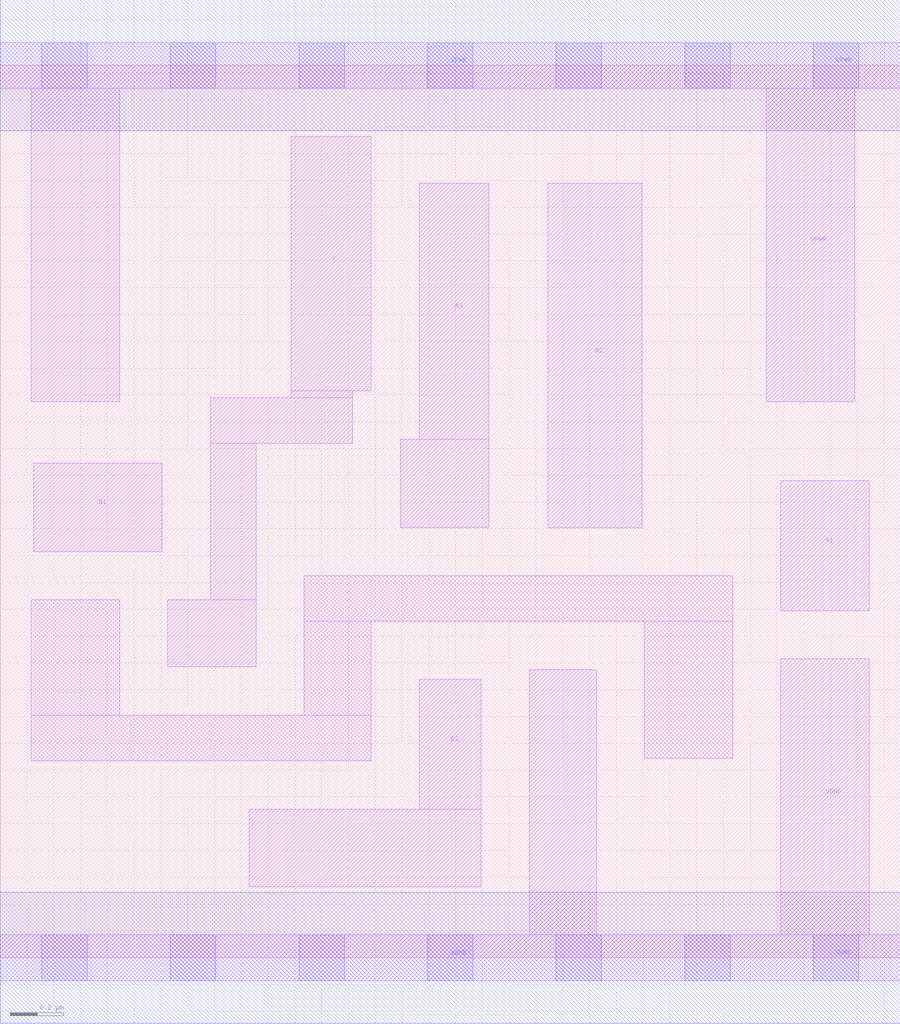
<source format=lef>
# Copyright 2020 The SkyWater PDK Authors
#
# Licensed under the Apache License, Version 2.0 (the "License");
# you may not use this file except in compliance with the License.
# You may obtain a copy of the License at
#
#     https://www.apache.org/licenses/LICENSE-2.0
#
# Unless required by applicable law or agreed to in writing, software
# distributed under the License is distributed on an "AS IS" BASIS,
# WITHOUT WARRANTIES OR CONDITIONS OF ANY KIND, either express or implied.
# See the License for the specific language governing permissions and
# limitations under the License.
#
# SPDX-License-Identifier: Apache-2.0

VERSION 5.7 ;
  NAMESCASESENSITIVE ON ;
  NOWIREEXTENSIONATPIN ON ;
  DIVIDERCHAR "/" ;
  BUSBITCHARS "[]" ;
UNITS
  DATABASE MICRONS 200 ;
END UNITS
MACRO sky130_fd_sc_lp__o32ai_lp
  CLASS CORE ;
  SOURCE USER ;
  FOREIGN sky130_fd_sc_lp__o32ai_lp ;
  ORIGIN  0.000000  0.000000 ;
  SIZE  3.360000 BY  3.330000 ;
  SYMMETRY X Y R90 ;
  SITE unit ;
  PIN A1
    ANTENNAGATEAREA  0.313000 ;
    DIRECTION INPUT ;
    USE SIGNAL ;
    PORT
      LAYER li1 ;
        RECT 2.915000 1.295000 3.245000 1.780000 ;
    END
  END A1
  PIN A2
    ANTENNAGATEAREA  0.313000 ;
    DIRECTION INPUT ;
    USE SIGNAL ;
    PORT
      LAYER li1 ;
        RECT 2.045000 1.605000 2.395000 2.890000 ;
    END
  END A2
  PIN A3
    ANTENNAGATEAREA  0.313000 ;
    DIRECTION INPUT ;
    USE SIGNAL ;
    PORT
      LAYER li1 ;
        RECT 1.495000 1.605000 1.825000 1.935000 ;
        RECT 1.565000 1.935000 1.825000 2.890000 ;
    END
  END A3
  PIN B1
    ANTENNAGATEAREA  0.313000 ;
    DIRECTION INPUT ;
    USE SIGNAL ;
    PORT
      LAYER li1 ;
        RECT 0.125000 1.515000 0.605000 1.845000 ;
    END
  END B1
  PIN B2
    ANTENNAGATEAREA  0.313000 ;
    DIRECTION INPUT ;
    USE SIGNAL ;
    PORT
      LAYER li1 ;
        RECT 0.930000 0.265000 1.795000 0.555000 ;
        RECT 1.565000 0.555000 1.795000 1.040000 ;
    END
  END B2
  PIN Y
    ANTENNADIFFAREA  0.397600 ;
    DIRECTION OUTPUT ;
    USE SIGNAL ;
    PORT
      LAYER li1 ;
        RECT 0.625000 1.085000 0.955000 1.335000 ;
        RECT 0.785000 1.335000 0.955000 1.920000 ;
        RECT 0.785000 1.920000 1.315000 2.090000 ;
        RECT 1.085000 2.090000 1.315000 2.115000 ;
        RECT 1.085000 2.115000 1.385000 3.065000 ;
    END
  END Y
  PIN VGND
    DIRECTION INOUT ;
    USE GROUND ;
    PORT
      LAYER li1 ;
        RECT 0.000000 -0.085000 3.360000 0.085000 ;
        RECT 1.975000  0.085000 2.225000 1.075000 ;
        RECT 2.915000  0.085000 3.245000 1.115000 ;
      LAYER mcon ;
        RECT 0.155000 -0.085000 0.325000 0.085000 ;
        RECT 0.635000 -0.085000 0.805000 0.085000 ;
        RECT 1.115000 -0.085000 1.285000 0.085000 ;
        RECT 1.595000 -0.085000 1.765000 0.085000 ;
        RECT 2.075000 -0.085000 2.245000 0.085000 ;
        RECT 2.555000 -0.085000 2.725000 0.085000 ;
        RECT 3.035000 -0.085000 3.205000 0.085000 ;
      LAYER met1 ;
        RECT 0.000000 -0.245000 3.360000 0.245000 ;
    END
  END VGND
  PIN VPWR
    DIRECTION INOUT ;
    USE POWER ;
    PORT
      LAYER li1 ;
        RECT 0.000000 3.245000 3.360000 3.415000 ;
        RECT 0.115000 2.075000 0.445000 3.245000 ;
        RECT 2.860000 2.075000 3.190000 3.245000 ;
      LAYER mcon ;
        RECT 0.155000 3.245000 0.325000 3.415000 ;
        RECT 0.635000 3.245000 0.805000 3.415000 ;
        RECT 1.115000 3.245000 1.285000 3.415000 ;
        RECT 1.595000 3.245000 1.765000 3.415000 ;
        RECT 2.075000 3.245000 2.245000 3.415000 ;
        RECT 2.555000 3.245000 2.725000 3.415000 ;
        RECT 3.035000 3.245000 3.205000 3.415000 ;
      LAYER met1 ;
        RECT 0.000000 3.085000 3.360000 3.575000 ;
    END
  END VPWR
  OBS
    LAYER li1 ;
      RECT 0.115000 0.735000 1.385000 0.905000 ;
      RECT 0.115000 0.905000 0.445000 1.335000 ;
      RECT 1.135000 0.905000 1.385000 1.255000 ;
      RECT 1.135000 1.255000 2.735000 1.425000 ;
      RECT 2.405000 0.745000 2.735000 1.255000 ;
  END
END sky130_fd_sc_lp__o32ai_lp

</source>
